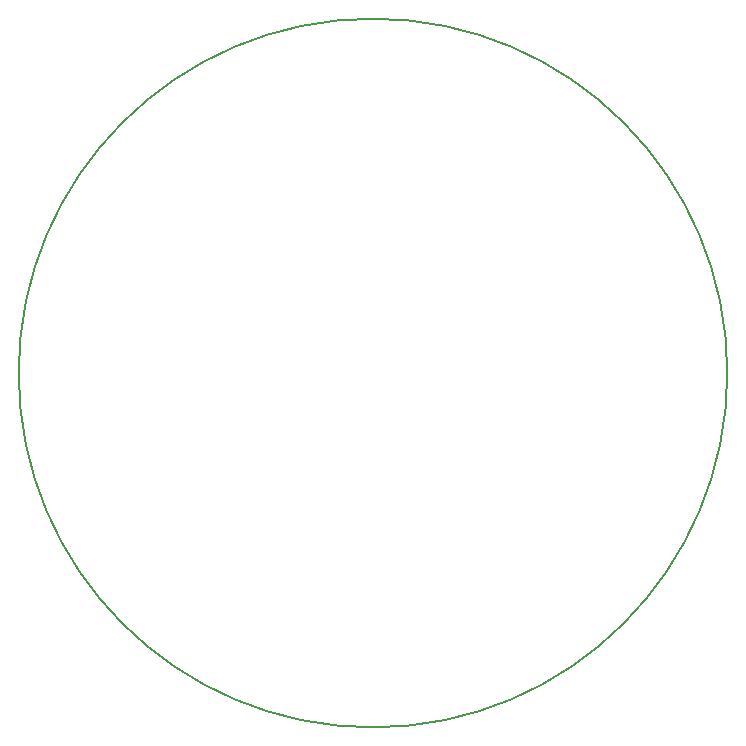
<source format=gm1>
G04 #@! TF.GenerationSoftware,KiCad,Pcbnew,(5.0.2)-1*
G04 #@! TF.CreationDate,2020-01-21T20:41:25+01:00*
G04 #@! TF.ProjectId,dragon,64726167-6f6e-42e6-9b69-6361645f7063,rev?*
G04 #@! TF.SameCoordinates,Original*
G04 #@! TF.FileFunction,Profile,NP*
%FSLAX46Y46*%
G04 Gerber Fmt 4.6, Leading zero omitted, Abs format (unit mm)*
G04 Created by KiCad (PCBNEW (5.0.2)-1) date 1/21/2020 8:41:25 PM*
%MOMM*%
%LPD*%
G01*
G04 APERTURE LIST*
%ADD10C,0.150000*%
G04 APERTURE END LIST*
D10*
X190000000Y-105000000D02*
G75*
G03X190000000Y-105000000I-30000000J0D01*
G01*
M02*

</source>
